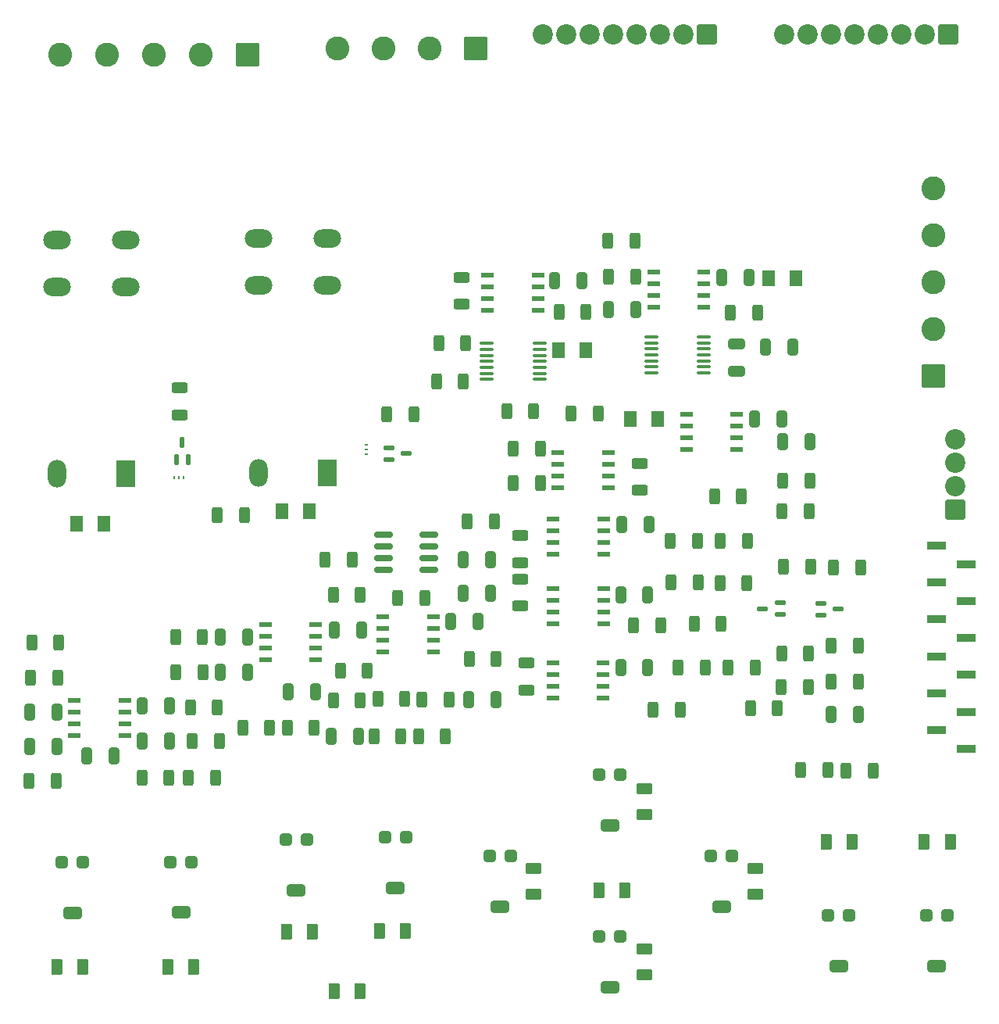
<source format=gbr>
%TF.GenerationSoftware,KiCad,Pcbnew,9.0.7-9.0.7~ubuntu24.04.1*%
%TF.CreationDate,2026-01-30T18:11:10-03:00*%
%TF.ProjectId,Main board,4d61696e-2062-46f6-9172-642e6b696361,1*%
%TF.SameCoordinates,Original*%
%TF.FileFunction,Soldermask,Top*%
%TF.FilePolarity,Negative*%
%FSLAX46Y46*%
G04 Gerber Fmt 4.6, Leading zero omitted, Abs format (unit mm)*
G04 Created by KiCad (PCBNEW 9.0.7-9.0.7~ubuntu24.04.1) date 2026-01-30 18:11:10*
%MOMM*%
%LPD*%
G01*
G04 APERTURE LIST*
G04 Aperture macros list*
%AMRoundRect*
0 Rectangle with rounded corners*
0 $1 Rounding radius*
0 $2 $3 $4 $5 $6 $7 $8 $9 X,Y pos of 4 corners*
0 Add a 4 corners polygon primitive as box body*
4,1,4,$2,$3,$4,$5,$6,$7,$8,$9,$2,$3,0*
0 Add four circle primitives for the rounded corners*
1,1,$1+$1,$2,$3*
1,1,$1+$1,$4,$5*
1,1,$1+$1,$6,$7*
1,1,$1+$1,$8,$9*
0 Add four rect primitives between the rounded corners*
20,1,$1+$1,$2,$3,$4,$5,0*
20,1,$1+$1,$4,$5,$6,$7,0*
20,1,$1+$1,$6,$7,$8,$9,0*
20,1,$1+$1,$8,$9,$2,$3,0*%
G04 Aperture macros list end*
%ADD10RoundRect,0.250000X-0.312500X-0.625000X0.312500X-0.625000X0.312500X0.625000X-0.312500X0.625000X0*%
%ADD11RoundRect,0.250000X0.625000X-0.312500X0.625000X0.312500X-0.625000X0.312500X-0.625000X-0.312500X0*%
%ADD12RoundRect,0.250000X-0.325000X-0.650000X0.325000X-0.650000X0.325000X0.650000X-0.325000X0.650000X0*%
%ADD13RoundRect,0.250000X-0.375000X-0.625000X0.375000X-0.625000X0.375000X0.625000X-0.375000X0.625000X0*%
%ADD14RoundRect,0.250000X0.312500X0.625000X-0.312500X0.625000X-0.312500X-0.625000X0.312500X-0.625000X0*%
%ADD15O,3.000000X2.000000*%
%ADD16R,2.000000X3.000000*%
%ADD17O,2.000000X3.000000*%
%ADD18RoundRect,0.125000X-0.487500X-0.125000X0.487500X-0.125000X0.487500X0.125000X-0.487500X0.125000X0*%
%ADD19RoundRect,0.249999X0.850001X0.850001X-0.850001X0.850001X-0.850001X-0.850001X0.850001X-0.850001X0*%
%ADD20C,2.200000*%
%ADD21RoundRect,0.250000X-0.400000X-0.400000X0.400000X-0.400000X0.400000X0.400000X-0.400000X0.400000X0*%
%ADD22RoundRect,0.250000X-0.750000X-0.400000X0.750000X-0.400000X0.750000X0.400000X-0.750000X0.400000X0*%
%ADD23RoundRect,0.250000X0.625000X-0.375000X0.625000X0.375000X-0.625000X0.375000X-0.625000X-0.375000X0*%
%ADD24RoundRect,0.125000X0.487500X0.125000X-0.487500X0.125000X-0.487500X-0.125000X0.487500X-0.125000X0*%
%ADD25RoundRect,0.250000X0.325000X0.650000X-0.325000X0.650000X-0.325000X-0.650000X0.325000X-0.650000X0*%
%ADD26R,1.454899X0.558000*%
%ADD27R,2.000000X0.900000*%
%ADD28RoundRect,0.150000X-0.825000X-0.150000X0.825000X-0.150000X0.825000X0.150000X-0.825000X0.150000X0*%
%ADD29RoundRect,0.250001X0.462499X0.624999X-0.462499X0.624999X-0.462499X-0.624999X0.462499X-0.624999X0*%
%ADD30R,0.406400X0.152400*%
%ADD31RoundRect,0.250001X-0.462499X-0.624999X0.462499X-0.624999X0.462499X0.624999X-0.462499X0.624999X0*%
%ADD32RoundRect,0.100000X-0.637500X-0.100000X0.637500X-0.100000X0.637500X0.100000X-0.637500X0.100000X0*%
%ADD33RoundRect,0.125000X0.125000X-0.487500X0.125000X0.487500X-0.125000X0.487500X-0.125000X-0.487500X0*%
%ADD34RoundRect,0.249999X0.850001X-0.850001X0.850001X0.850001X-0.850001X0.850001X-0.850001X-0.850001X0*%
%ADD35RoundRect,0.250000X-0.650000X0.325000X-0.650000X-0.325000X0.650000X-0.325000X0.650000X0.325000X0*%
%ADD36R,0.152400X0.406400*%
%ADD37RoundRect,0.250000X1.050000X1.050000X-1.050000X1.050000X-1.050000X-1.050000X1.050000X-1.050000X0*%
%ADD38C,2.600000*%
%ADD39RoundRect,0.250000X1.050000X-1.050000X1.050000X1.050000X-1.050000X1.050000X-1.050000X-1.050000X0*%
%ADD40RoundRect,0.250000X-0.625000X0.312500X-0.625000X-0.312500X0.625000X-0.312500X0.625000X0.312500X0*%
G04 APERTURE END LIST*
D10*
%TO.C,R805*%
X40262500Y-107812500D03*
X43187500Y-107812500D03*
%TD*%
D11*
%TO.C,R702*%
X40705178Y-79913923D03*
X40705178Y-76988923D03*
%TD*%
D12*
%TO.C,C201*%
X111275000Y-112375000D03*
X114225000Y-112375000D03*
%TD*%
D13*
%TO.C,D603*%
X57462500Y-142375000D03*
X60262500Y-142375000D03*
%TD*%
D14*
%TO.C,R514*%
X97612500Y-107325000D03*
X94687500Y-107325000D03*
%TD*%
D15*
%TO.C,K701*%
X56700000Y-65875000D03*
X56700000Y-60835000D03*
X49200000Y-65875000D03*
X49200000Y-60835000D03*
D16*
X56700000Y-86175000D03*
D17*
X49200000Y-86175000D03*
%TD*%
D14*
%TO.C,R807*%
X55250000Y-113775000D03*
X52325000Y-113775000D03*
%TD*%
D12*
%TO.C,C601*%
X72025000Y-110775000D03*
X74975000Y-110775000D03*
%TD*%
D10*
%TO.C,R610*%
X63137500Y-79875000D03*
X66062500Y-79875000D03*
%TD*%
D18*
%TO.C,Q601*%
X63375000Y-83475000D03*
X63375000Y-84775000D03*
X65250000Y-84125000D03*
%TD*%
D10*
%TO.C,R615*%
X105987500Y-90375000D03*
X108912500Y-90375000D03*
%TD*%
D19*
%TO.C,J108*%
X97850000Y-38705000D03*
D20*
X95310000Y-38705000D03*
X92770000Y-38705000D03*
X90230000Y-38705000D03*
X87690000Y-38705000D03*
X85150000Y-38705000D03*
X82610000Y-38705000D03*
X80070000Y-38705000D03*
%TD*%
D11*
%TO.C,R209*%
X90500000Y-88087500D03*
X90500000Y-85162500D03*
%TD*%
D10*
%TO.C,R507*%
X100137500Y-107325000D03*
X103062500Y-107325000D03*
%TD*%
%TO.C,R404*%
X89887500Y-102675000D03*
X92812500Y-102675000D03*
%TD*%
D13*
%TO.C,D502*%
X52262500Y-135875000D03*
X55062500Y-135875000D03*
%TD*%
D10*
%TO.C,R515*%
X47487500Y-113775000D03*
X50412500Y-113775000D03*
%TD*%
D21*
%TO.C,RV404*%
X100550000Y-127675000D03*
D22*
X99400000Y-133175000D03*
D21*
X98250000Y-127675000D03*
%TD*%
D23*
%TO.C,D402*%
X91050000Y-123225000D03*
X91050000Y-120425000D03*
%TD*%
D10*
%TO.C,R705*%
X24337500Y-119525000D03*
X27262500Y-119525000D03*
%TD*%
D21*
%TO.C,RV702*%
X41950000Y-128325000D03*
D22*
X40800000Y-133825000D03*
D21*
X39650000Y-128325000D03*
%TD*%
D24*
%TO.C,Q501*%
X105737500Y-101552500D03*
X105737500Y-100252500D03*
X103862500Y-100902500D03*
%TD*%
D14*
%TO.C,R502*%
X84712500Y-68725000D03*
X81787500Y-68725000D03*
%TD*%
D12*
%TO.C,C701*%
X81350000Y-65387500D03*
X84300000Y-65387500D03*
%TD*%
D10*
%TO.C,R503*%
X87187500Y-64925000D03*
X90112500Y-64925000D03*
%TD*%
D21*
%TO.C,RV202*%
X123895000Y-134125000D03*
D22*
X122745000Y-139625000D03*
D21*
X121595000Y-134125000D03*
%TD*%
D25*
%TO.C,C801*%
X27375000Y-112075000D03*
X24425000Y-112075000D03*
%TD*%
D10*
%TO.C,R406*%
X66937500Y-110775000D03*
X69862500Y-110775000D03*
%TD*%
%TO.C,R205*%
X76846348Y-83580000D03*
X79771348Y-83580000D03*
%TD*%
D26*
%TO.C,U402*%
X81178652Y-98742500D03*
X81178652Y-100012500D03*
X81178652Y-101282500D03*
X81178652Y-102552500D03*
X86621348Y-102552500D03*
X86621348Y-101282500D03*
X86621348Y-100012500D03*
X86621348Y-98742500D03*
%TD*%
D10*
%TO.C,R607*%
X76137500Y-79475000D03*
X79062500Y-79475000D03*
%TD*%
%TO.C,R402*%
X93837500Y-93575000D03*
X96762500Y-93575000D03*
%TD*%
D25*
%TO.C,C401*%
X91575000Y-91775000D03*
X88625000Y-91775000D03*
%TD*%
D10*
%TO.C,R601*%
X64300000Y-99725000D03*
X67225000Y-99725000D03*
%TD*%
D26*
%TO.C,U801*%
X29267651Y-110827100D03*
X29267651Y-112097100D03*
X29267651Y-113367100D03*
X29267651Y-114637100D03*
X34710347Y-114637100D03*
X34710347Y-113367100D03*
X34710347Y-112097100D03*
X34710347Y-110827100D03*
%TD*%
D25*
%TO.C,C803*%
X33575000Y-116875000D03*
X30625000Y-116875000D03*
%TD*%
D13*
%TO.C,D201*%
X110745000Y-126125000D03*
X113545000Y-126125000D03*
%TD*%
D11*
%TO.C,R405*%
X78250000Y-109737500D03*
X78250000Y-106812500D03*
%TD*%
D26*
%TO.C,U401*%
X81178652Y-91182500D03*
X81178652Y-92452500D03*
X81178652Y-93722500D03*
X81178652Y-94992500D03*
X86621348Y-94992500D03*
X86621348Y-93722500D03*
X86621348Y-92452500D03*
X86621348Y-91182500D03*
%TD*%
D12*
%TO.C,C603*%
X71425000Y-95625000D03*
X74375000Y-95625000D03*
%TD*%
D14*
%TO.C,R511*%
X101562500Y-88725000D03*
X98637500Y-88725000D03*
%TD*%
D27*
%TO.C,J102*%
X125950000Y-116075000D03*
X122750000Y-114075000D03*
X125950000Y-112075000D03*
X122750000Y-110075000D03*
X125950000Y-108075000D03*
X122750000Y-106075000D03*
X125950000Y-104075000D03*
X122750000Y-102075000D03*
X125950000Y-100075000D03*
X122750000Y-98075000D03*
X125950000Y-96075000D03*
X122750000Y-94075000D03*
%TD*%
D25*
%TO.C,C502*%
X90125000Y-68525000D03*
X87175000Y-68525000D03*
%TD*%
D12*
%TO.C,C503*%
X104175000Y-72575000D03*
X107125000Y-72575000D03*
%TD*%
D23*
%TO.C,D404*%
X91050000Y-140575000D03*
X91050000Y-137775000D03*
%TD*%
D13*
%TO.C,D202*%
X121395000Y-126125000D03*
X124195000Y-126125000D03*
%TD*%
D10*
%TO.C,R602*%
X57337500Y-99425000D03*
X60262500Y-99425000D03*
%TD*%
%TO.C,R611*%
X42025000Y-115225000D03*
X44950000Y-115225000D03*
%TD*%
D13*
%TO.C,D704*%
X39400000Y-139675000D03*
X42200000Y-139675000D03*
%TD*%
D10*
%TO.C,R510*%
X99287500Y-93575000D03*
X102212500Y-93575000D03*
%TD*%
D28*
%TO.C,U602*%
X62750000Y-92875000D03*
X62750000Y-94145000D03*
X62750000Y-95415000D03*
X62750000Y-96685000D03*
X67700000Y-96685000D03*
X67700000Y-95415000D03*
X67700000Y-94145000D03*
X67700000Y-92875000D03*
%TD*%
D25*
%TO.C,C810*%
X60389653Y-103236200D03*
X57439653Y-103236200D03*
%TD*%
D14*
%TO.C,R408*%
X108812500Y-109375000D03*
X105887500Y-109375000D03*
%TD*%
D12*
%TO.C,C606*%
X106025000Y-82775000D03*
X108975000Y-82775000D03*
%TD*%
D29*
%TO.C,D501*%
X107487500Y-65125000D03*
X104512500Y-65125000D03*
%TD*%
D25*
%TO.C,C605*%
X105975000Y-80375000D03*
X103025000Y-80375000D03*
%TD*%
D10*
%TO.C,R207*%
X111287500Y-108775000D03*
X114212500Y-108775000D03*
%TD*%
D19*
%TO.C,J101*%
X123985000Y-38705000D03*
D20*
X121445000Y-38705000D03*
X118905000Y-38705000D03*
X116365000Y-38705000D03*
X113825000Y-38705000D03*
X111285000Y-38705000D03*
X108745000Y-38705000D03*
X106205000Y-38705000D03*
%TD*%
D12*
%TO.C,C806*%
X45075000Y-107825000D03*
X48025000Y-107825000D03*
%TD*%
D14*
%TO.C,R801*%
X27562500Y-104575000D03*
X24637500Y-104575000D03*
%TD*%
D21*
%TO.C,RV201*%
X113250000Y-134125000D03*
D22*
X112100000Y-139625000D03*
D21*
X110950000Y-134125000D03*
%TD*%
D10*
%TO.C,R508*%
X106137500Y-96375000D03*
X109062500Y-96375000D03*
%TD*%
D26*
%TO.C,U605*%
X95578652Y-79820000D03*
X95578652Y-81090000D03*
X95578652Y-82360000D03*
X95578652Y-83630000D03*
X101021348Y-83630000D03*
X101021348Y-82360000D03*
X101021348Y-81090000D03*
X101021348Y-79820000D03*
%TD*%
D30*
%TO.C,Q701*%
X60912500Y-84183000D03*
X60912500Y-83675000D03*
X60912500Y-83167000D03*
%TD*%
D18*
%TO.C,Q502*%
X110162500Y-100325000D03*
X110162500Y-101625000D03*
X112037500Y-100975000D03*
%TD*%
D31*
%TO.C,D601*%
X89512500Y-80375000D03*
X92487500Y-80375000D03*
%TD*%
%TO.C,D702*%
X29467678Y-91701423D03*
X32442678Y-91701423D03*
%TD*%
D10*
%TO.C,R516*%
X66537500Y-114775000D03*
X69462500Y-114775000D03*
%TD*%
D32*
%TO.C,U603*%
X73950000Y-72175000D03*
X73950000Y-72825000D03*
X73950000Y-73475000D03*
X73950000Y-74125000D03*
X73950000Y-74775000D03*
X73950000Y-75425000D03*
X73950000Y-76075000D03*
X79675000Y-76075000D03*
X79675000Y-75425000D03*
X79675000Y-74775000D03*
X79675000Y-74125000D03*
X79675000Y-73475000D03*
X79675000Y-72825000D03*
X79675000Y-72175000D03*
%TD*%
D14*
%TO.C,R605*%
X61012500Y-107625000D03*
X58087500Y-107625000D03*
%TD*%
D11*
%TO.C,R703*%
X71250000Y-67937500D03*
X71250000Y-65012500D03*
%TD*%
D25*
%TO.C,C809*%
X39550000Y-111425000D03*
X36600000Y-111425000D03*
%TD*%
D33*
%TO.C,Q703*%
X40300000Y-84762500D03*
X41600000Y-84762500D03*
X40950000Y-82887500D03*
%TD*%
D10*
%TO.C,R409*%
X62137500Y-110675000D03*
X65062500Y-110675000D03*
%TD*%
D25*
%TO.C,C602*%
X74375000Y-99225000D03*
X71425000Y-99225000D03*
%TD*%
D10*
%TO.C,R504*%
X100375000Y-68825000D03*
X103300000Y-68825000D03*
%TD*%
%TO.C,R603*%
X72037500Y-106375000D03*
X74962500Y-106375000D03*
%TD*%
D26*
%TO.C,U502*%
X92041152Y-64420000D03*
X92041152Y-65690000D03*
X92041152Y-66960000D03*
X92041152Y-68230000D03*
X97483848Y-68230000D03*
X97483848Y-66960000D03*
X97483848Y-65690000D03*
X97483848Y-64420000D03*
%TD*%
D34*
%TO.C,J109*%
X124783711Y-90151799D03*
D20*
X124783711Y-87611799D03*
X124783711Y-85071799D03*
X124783711Y-82531799D03*
%TD*%
D13*
%TO.C,D503*%
X62362500Y-135775000D03*
X65162500Y-135775000D03*
%TD*%
D10*
%TO.C,R606*%
X56437500Y-95625000D03*
X59362500Y-95625000D03*
%TD*%
D31*
%TO.C,D701*%
X51725000Y-90375000D03*
X54700000Y-90375000D03*
%TD*%
D26*
%TO.C,U403*%
X81121348Y-106742500D03*
X81121348Y-108012500D03*
X81121348Y-109282500D03*
X81121348Y-110552500D03*
X86564044Y-110552500D03*
X86564044Y-109282500D03*
X86564044Y-108012500D03*
X86564044Y-106742500D03*
%TD*%
D13*
%TO.C,D703*%
X27400000Y-139675000D03*
X30200000Y-139675000D03*
%TD*%
D14*
%TO.C,R804*%
X39487500Y-119225000D03*
X36562500Y-119225000D03*
%TD*%
D25*
%TO.C,C403*%
X91425000Y-107325000D03*
X88475000Y-107325000D03*
%TD*%
D29*
%TO.C,D602*%
X84700000Y-72875000D03*
X81725000Y-72875000D03*
%TD*%
D15*
%TO.C,K702*%
X34850000Y-66025000D03*
X34850000Y-60985000D03*
X27350000Y-66025000D03*
X27350000Y-60985000D03*
D16*
X34850000Y-86325000D03*
D17*
X27350000Y-86325000D03*
%TD*%
D12*
%TO.C,C808*%
X52450000Y-109912500D03*
X55400000Y-109912500D03*
%TD*%
D25*
%TO.C,C805*%
X48000000Y-104012500D03*
X45050000Y-104012500D03*
%TD*%
D10*
%TO.C,R407*%
X91987500Y-111825000D03*
X94912500Y-111825000D03*
%TD*%
%TO.C,R410*%
X61737500Y-114775000D03*
X64662500Y-114775000D03*
%TD*%
D25*
%TO.C,C804*%
X39575000Y-115275000D03*
X36625000Y-115275000D03*
%TD*%
D35*
%TO.C,C504*%
X101050000Y-72250000D03*
X101050000Y-75200000D03*
%TD*%
D21*
%TO.C,RV401*%
X88450000Y-118925000D03*
D22*
X87300000Y-124425000D03*
D21*
X86150000Y-118925000D03*
%TD*%
D10*
%TO.C,R204*%
X76846348Y-87280000D03*
X79771348Y-87280000D03*
%TD*%
D21*
%TO.C,RV701*%
X30200000Y-128375000D03*
D22*
X29050000Y-133875000D03*
D21*
X27900000Y-128375000D03*
%TD*%
D23*
%TO.C,D403*%
X103050000Y-131825000D03*
X103050000Y-129025000D03*
%TD*%
D10*
%TO.C,R206*%
X111287500Y-104925000D03*
X114212500Y-104925000D03*
%TD*%
D13*
%TO.C,D401*%
X86150000Y-131425000D03*
X88950000Y-131425000D03*
%TD*%
D10*
%TO.C,R509*%
X93937500Y-98075000D03*
X96862500Y-98075000D03*
%TD*%
%TO.C,R617*%
X106037500Y-87075000D03*
X108962500Y-87075000D03*
%TD*%
D32*
%TO.C,U501*%
X91787500Y-71457500D03*
X91787500Y-72107500D03*
X91787500Y-72757500D03*
X91787500Y-73407500D03*
X91787500Y-74057500D03*
X91787500Y-74707500D03*
X91787500Y-75357500D03*
X97512500Y-75357500D03*
X97512500Y-74707500D03*
X97512500Y-74057500D03*
X97512500Y-73407500D03*
X97512500Y-72757500D03*
X97512500Y-72107500D03*
X97512500Y-71457500D03*
%TD*%
D25*
%TO.C,C402*%
X91425000Y-99375000D03*
X88475000Y-99375000D03*
%TD*%
D10*
%TO.C,R513*%
X96437500Y-102525000D03*
X99362500Y-102525000D03*
%TD*%
D23*
%TO.C,D405*%
X79050000Y-131825000D03*
X79050000Y-129025000D03*
%TD*%
D26*
%TO.C,U802*%
X49982304Y-102602500D03*
X49982304Y-103872500D03*
X49982304Y-105142500D03*
X49982304Y-106412500D03*
X55425000Y-106412500D03*
X55425000Y-105142500D03*
X55425000Y-103872500D03*
X55425000Y-102602500D03*
%TD*%
D12*
%TO.C,C807*%
X57075000Y-114775000D03*
X60025000Y-114775000D03*
%TD*%
D26*
%TO.C,U601*%
X62707304Y-101820000D03*
X62707304Y-103090000D03*
X62707304Y-104360000D03*
X62707304Y-105630000D03*
X68150000Y-105630000D03*
X68150000Y-104360000D03*
X68150000Y-103090000D03*
X68150000Y-101820000D03*
%TD*%
D14*
%TO.C,R608*%
X86012500Y-79725000D03*
X83087500Y-79725000D03*
%TD*%
D21*
%TO.C,RV501*%
X54462500Y-125875000D03*
D22*
X53312500Y-131375000D03*
D21*
X52162500Y-125875000D03*
%TD*%
D26*
%TO.C,U201*%
X81678652Y-84020000D03*
X81678652Y-85290000D03*
X81678652Y-86560000D03*
X81678652Y-87830000D03*
X87121348Y-87830000D03*
X87121348Y-86560000D03*
X87121348Y-85290000D03*
X87121348Y-84020000D03*
%TD*%
D12*
%TO.C,C802*%
X24425000Y-115875000D03*
X27375000Y-115875000D03*
%TD*%
D36*
%TO.C,Q702*%
X41108000Y-86675000D03*
X40600000Y-86675000D03*
X40092000Y-86675000D03*
%TD*%
D14*
%TO.C,R701*%
X71675000Y-72175000D03*
X68750000Y-72175000D03*
%TD*%
%TO.C,R201*%
X110912500Y-118375000D03*
X107987500Y-118375000D03*
%TD*%
D10*
%TO.C,R803*%
X41825000Y-111575000D03*
X44750000Y-111575000D03*
%TD*%
D37*
%TO.C,J110*%
X72750000Y-40202500D03*
D38*
X67750000Y-40202500D03*
X62750000Y-40202500D03*
X57750000Y-40202500D03*
%TD*%
D10*
%TO.C,R616*%
X111537500Y-96425000D03*
X114462500Y-96425000D03*
%TD*%
D12*
%TO.C,C501*%
X99400000Y-65025000D03*
X102350000Y-65025000D03*
%TD*%
D26*
%TO.C,U701*%
X74050000Y-64787500D03*
X74050000Y-66057500D03*
X74050000Y-67327500D03*
X74050000Y-68597500D03*
X79492696Y-68597500D03*
X79492696Y-67327500D03*
X79492696Y-66057500D03*
X79492696Y-64787500D03*
%TD*%
D10*
%TO.C,R706*%
X41600000Y-119225000D03*
X44525000Y-119225000D03*
%TD*%
%TO.C,R609*%
X68487500Y-76275000D03*
X71412500Y-76275000D03*
%TD*%
%TO.C,R704*%
X44737500Y-90775000D03*
X47662500Y-90775000D03*
%TD*%
D21*
%TO.C,RV502*%
X65212500Y-125625000D03*
D22*
X64062500Y-131125000D03*
D21*
X62912500Y-125625000D03*
%TD*%
D11*
%TO.C,R403*%
X77550000Y-100632500D03*
X77550000Y-97707500D03*
%TD*%
D10*
%TO.C,R208*%
X112925000Y-118475000D03*
X115850000Y-118475000D03*
%TD*%
D14*
%TO.C,R512*%
X102162500Y-98125000D03*
X99237500Y-98125000D03*
%TD*%
D39*
%TO.C,J103*%
X122350000Y-75725000D03*
D38*
X122350000Y-70645000D03*
X122350000Y-65565000D03*
X122350000Y-60485000D03*
X122350000Y-55405000D03*
%TD*%
D10*
%TO.C,R806*%
X40237500Y-104012500D03*
X43162500Y-104012500D03*
%TD*%
%TO.C,R202*%
X105937500Y-105725000D03*
X108862500Y-105725000D03*
%TD*%
%TO.C,R203*%
X102537500Y-111725000D03*
X105462500Y-111725000D03*
%TD*%
D25*
%TO.C,C604*%
X72975000Y-102325000D03*
X70025000Y-102325000D03*
%TD*%
D10*
%TO.C,R604*%
X71837500Y-91475000D03*
X74762500Y-91475000D03*
%TD*%
D37*
%TO.C,J105*%
X48010000Y-40907500D03*
D38*
X42930000Y-40907500D03*
X37850000Y-40907500D03*
X32770000Y-40907500D03*
X27690000Y-40907500D03*
%TD*%
D10*
%TO.C,R802*%
X24537500Y-108375000D03*
X27462500Y-108375000D03*
%TD*%
D40*
%TO.C,R401*%
X77550000Y-93007500D03*
X77550000Y-95932500D03*
%TD*%
D21*
%TO.C,RV402*%
X76550000Y-127675000D03*
D22*
X75400000Y-133175000D03*
D21*
X74250000Y-127675000D03*
%TD*%
D14*
%TO.C,R808*%
X60262500Y-110825000D03*
X57337500Y-110825000D03*
%TD*%
%TO.C,R501*%
X90012500Y-61025000D03*
X87087500Y-61025000D03*
%TD*%
D21*
%TO.C,RV403*%
X88450000Y-136425000D03*
D22*
X87300000Y-141925000D03*
D21*
X86150000Y-136425000D03*
%TD*%
M02*

</source>
